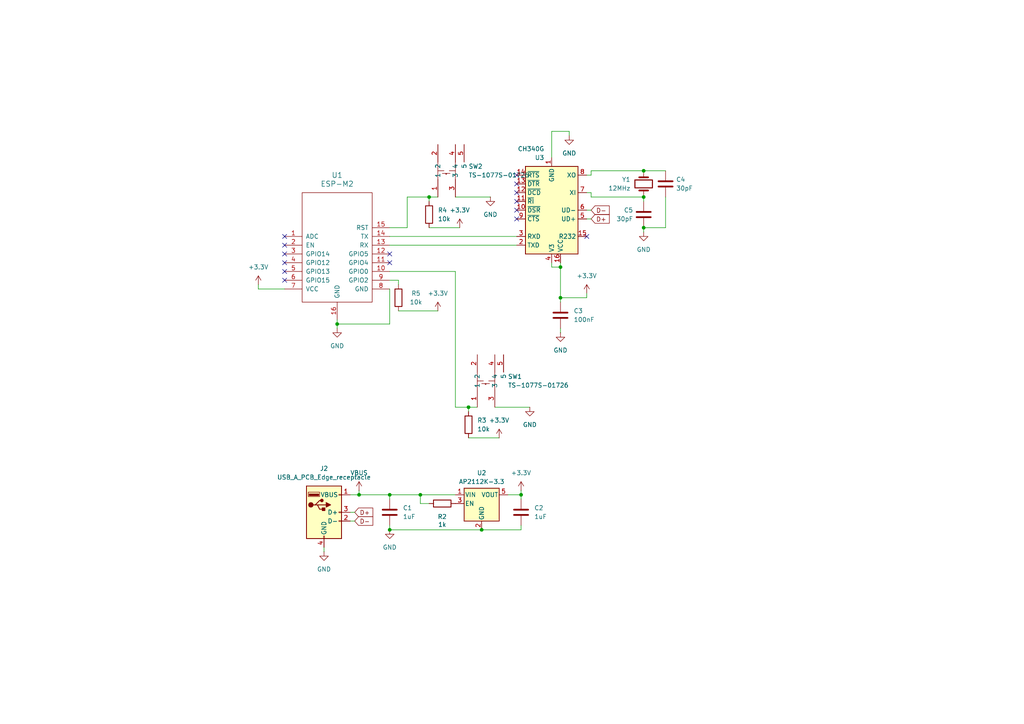
<source format=kicad_sch>
(kicad_sch (version 20250114) (generator "eeschema") (generator_version "9.0")
  (paper "A4")
  (lib_symbols
    (symbol "Connector_USB_PCB_Edge:USB_A_PCB_Edge_receptacle" (pin_names (offset 1.016))
      (property "Reference" "J" (at -5.08 11.43 0))
      (property "Value" "USB_A_PCB_Edge_receptacle" (at -5.08 8.89 0))
      (symbol "USB_A_PCB_Edge_receptacle_0_1"
        (rectangle (start -5.08 -7.62) (end 5.08 7.62) (stroke (width 0.254)) (fill (type background)))
        (circle (center -3.81 2.159) (radius 0.635) (stroke (width 0.254)) (fill (type outline)))
        (polyline (pts (xy -3.175 2.159) (xy -2.54 2.159) (xy -1.27 3.429) (xy -0.635 3.429)) (stroke (width 0.254)))
        (polyline (pts (xy -2.54 2.159) (xy -1.905 2.159) (xy -1.27 0.889) (xy 0 0.889)) (stroke (width 0.254)))
        (rectangle (start -1.524 4.826) (end -4.318 5.334) (fill (type outline)))
        (rectangle (start -1.27 4.572) (end -4.572 5.842))
        (circle (center -0.635 3.429) (radius 0.381) (stroke (width 0.254)) (fill (type outline)))
        (rectangle (start -0.127 -7.62) (end 0.127 -6.858))
        (rectangle (start 0.254 1.27) (end -0.508 0.508) (stroke (width 0.254)) (fill (type outline)))
        (polyline (pts (xy 0.635 2.794) (xy 0.635 1.524) (xy 1.905 2.159) (xy 0.635 2.794)) (stroke (width 0.254)) (fill (type outline)))
        (rectangle (start 5.08 4.953) (end 4.318 5.207))
        (rectangle (start 5.08 -0.127) (end 4.318 0.127))
        (rectangle (start 5.08 -2.667) (end 4.318 -2.413))
      )
      (symbol "USB_A_PCB_Edge_receptacle_1_1"
        (polyline (pts (xy -1.905 2.159) (xy 0.635 2.159)) (stroke (width 0.254)))
        (pin passive line (at -2.54 -10.16 90) (length 2.54) (hide yes) (name "Shield") (number "5"))
        (pin power_in line (at 0 -10.16 90) (length 2.54) (name "GND") (number "4"))
        (pin power_in line (at 7.62 5.08 180) (length 2.54) (name "VBUS") (number "1"))
        (pin bidirectional line (at 7.62 0 180) (length 2.54) (name "D+") (number "3"))
        (pin bidirectional line (at 7.62 -2.54 180) (length 2.54) (name "D-") (number "2"))
      )
    )
    (symbol "Device:C" (pin_numbers (hide yes)) (pin_names (offset 0.254))
      (property "Reference" "C" (at 0.635 2.54 0))
      (property "Value" "C" (at 0.635 -2.54 0))
      (symbol "C_0_1"
        (polyline (pts (xy -2.032 0.762) (xy 2.032 0.762)) (stroke (width 0.508)))
        (polyline (pts (xy -2.032 -0.762) (xy 2.032 -0.762)) (stroke (width 0.508)))
      )
      (symbol "C_1_1"
        (pin passive line (at 0 3.81 270) (length 2.794) (name "~") (number "1"))
        (pin passive line (at 0 -3.81 90) (length 2.794) (name "~") (number "2"))
      )
    )
    (symbol "Device:Crystal" (pin_numbers (hide yes)) (pin_names (offset 1.016) (hide yes))
      (property "Reference" "Y" (at 0 3.81 0))
      (property "Value" "Crystal" (at 0 -3.81 0))
      (symbol "Crystal_0_1"
        (polyline (pts (xy -2.54 0) (xy -1.905 0)))
        (polyline (pts (xy -1.905 -1.27) (xy -1.905 1.27)) (stroke (width 0.508)))
        (rectangle (start -1.143 2.54) (end 1.143 -2.54) (stroke (width 0.3048)))
        (polyline (pts (xy 1.905 -1.27) (xy 1.905 1.27)) (stroke (width 0.508)))
        (polyline (pts (xy 2.54 0) (xy 1.905 0)))
      )
      (symbol "Crystal_1_1"
        (pin passive line (at -3.81 0 0) (length 1.27) (name "1") (number "1"))
        (pin passive line (at 3.81 0 180) (length 1.27) (name "2") (number "2"))
      )
    )
    (symbol "Device:R" (pin_numbers (hide yes)) (pin_names (offset 0))
      (property "Reference" "R" (at 2.032 0 90))
      (property "Value" "R" (at 0 0 90))
      (symbol "R_0_1"
        (rectangle (start -1.016 -2.54) (end 1.016 2.54) (stroke (width 0.254)))
      )
      (symbol "R_1_1"
        (pin passive line (at 0 3.81 270) (length 1.27) (name "~") (number "1"))
        (pin passive line (at 0 -3.81 90) (length 1.27) (name "~") (number "2"))
      )
    )
    (symbol "ESP8285:ESP-M2" (pin_names (offset 1.016))
      (property "Reference" "U" (at 0 17.78 0))
      (property "Value" "ESP-M2" (at 0 12.7 0))
      (symbol "ESP-M2_0_1"
        (rectangle (start 10.16 20.32) (end -10.16 -11.43))
      )
      (symbol "ESP-M2_1_1"
        (pin input line (at -15.24 7.62 0) (length 5.08) (name "ADC") (number "1"))
        (pin input line (at -15.24 5.08 0) (length 5.08) (name "EN") (number "2"))
        (pin input line (at -15.24 2.54 0) (length 5.08) (name "GPIO14") (number "3"))
        (pin input line (at -15.24 0 0) (length 5.08) (name "GPIO12") (number "4"))
        (pin input line (at -15.24 -2.54 0) (length 5.08) (name "GPIO13") (number "5"))
        (pin input line (at -15.24 -5.08 0) (length 5.08) (name "GPIO15") (number "6"))
        (pin input line (at -15.24 -7.62 0) (length 5.08) (name "VCC") (number "7"))
        (pin input line (at 0 -16.51 90) (length 5.08) (name "GND") (number "16"))
        (pin input line (at 15.24 10.16 180) (length 5.08) (name "RST") (number "15"))
        (pin input line (at 15.24 7.62 180) (length 5.08) (name "TX") (number "14"))
        (pin input line (at 15.24 5.08 180) (length 5.08) (name "RX") (number "13"))
        (pin input line (at 15.24 2.54 180) (length 5.08) (name "GPIO5") (number "12"))
        (pin input line (at 15.24 0 180) (length 5.08) (name "GPIO4") (number "11"))
        (pin input line (at 15.24 -2.54 180) (length 5.08) (name "GPIO0") (number "10"))
        (pin input line (at 15.24 -5.08 180) (length 5.08) (name "GPIO2") (number "9"))
        (pin input line (at 15.24 -7.62 180) (length 5.08) (name "GND") (number "8"))
      )
    )
    (symbol "Interface_USB:CH340G"
      (property "Reference" "U" (at -5.08 13.97 0))
      (property "Value" "CH340G" (at 1.27 13.97 0))
      (symbol "CH340G_0_1"
        (rectangle (start -7.62 12.7) (end 7.62 -12.7) (stroke (width 0.254)) (fill (type background)))
      )
      (symbol "CH340G_1_1"
        (pin input line (at -10.16 7.62 0) (length 2.54) (name "R232") (number "15"))
        (pin bidirectional line (at -10.16 2.54 0) (length 2.54) (name "UD+") (number "5"))
        (pin bidirectional line (at -10.16 0 0) (length 2.54) (name "UD-") (number "6"))
        (pin input line (at -10.16 -5.08 0) (length 2.54) (name "XI") (number "7"))
        (pin output line (at -10.16 -10.16 0) (length 2.54) (name "XO") (number "8"))
        (pin power_in line (at -2.54 15.24 270) (length 2.54) (name "VCC") (number "16"))
        (pin power_out line (at 0 15.24 270) (length 2.54) (name "V3") (number "4"))
        (pin power_in line (at 0 -15.24 90) (length 2.54) (name "GND") (number "1"))
        (pin output line (at 10.16 10.16 180) (length 2.54) (name "TXD") (number "2"))
        (pin input line (at 10.16 7.62 180) (length 2.54) (name "RXD") (number "3"))
        (pin input line (at 10.16 2.54 180) (length 2.54) (name "~{CTS}") (number "9"))
        (pin input line (at 10.16 0 180) (length 2.54) (name "~{DSR}") (number "10"))
        (pin input line (at 10.16 -2.54 180) (length 2.54) (name "~{RI}") (number "11"))
        (pin input line (at 10.16 -5.08 180) (length 2.54) (name "~{DCD}") (number "12"))
        (pin output line (at 10.16 -7.62 180) (length 2.54) (name "~{DTR}") (number "13"))
        (pin output line (at 10.16 -10.16 180) (length 2.54) (name "~{RTS}") (number "14"))
      )
    )
    (symbol "Regulator_Linear:AP2112K-3.3" (pin_names (offset 0.254))
      (property "Reference" "U" (at -5.08 5.715 0))
      (property "Value" "AP2112K-3.3" (at 0 5.715 0))
      (symbol "AP2112K-3.3_0_1"
        (rectangle (start -5.08 4.445) (end 5.08 -5.08) (stroke (width 0.254)) (fill (type background)))
      )
      (symbol "AP2112K-3.3_1_1"
        (pin power_in line (at -7.62 2.54 0) (length 2.54) (name "VIN") (number "1"))
        (pin input line (at -7.62 0 0) (length 2.54) (name "EN") (number "3"))
        (pin power_in line (at 0 -7.62 90) (length 2.54) (name "GND") (number "2"))
        (pin no_connect line (at 5.08 0 180) (length 2.54) (hide yes) (name "NC") (number "4"))
        (pin power_out line (at 7.62 2.54 180) (length 2.54) (name "VOUT") (number "5"))
      )
    )
    (symbol "button:TS-1077S-01726"
      (property "Reference" "SW" (at 0 7.62 0))
      (property "Value" "TS-1077S-01726" (at 0 -10.16 0))
      (symbol "TS-1077S-01726_0_1"
        (polyline (pts (xy -2.54 2.54) (xy 2.54 2.54)))
        (polyline (pts (xy -2.54 -2.54) (xy 2.54 -2.54)))
        (polyline (pts (xy -0.76 1.27) (xy -0.76 -1.02)))
        (polyline (pts (xy -0.76 0.25) (xy -1.02 0.25) (xy -1.02 0) (xy -0.76 0)))
        (polyline (pts (xy 0 2.54) (xy 0 1.52)))
        (polyline (pts (xy 0 1.52) (xy 0 0.76)))
        (polyline (pts (xy 0 -2.54) (xy 0 -0.76)))
        (pin unspecified line (at -7.62 2.54 0) (length 5.08) (name "1") (number "1"))
        (pin unspecified line (at -7.62 -2.54 0) (length 5.08) (name "3") (number "3"))
        (pin unspecified line (at 7.62 2.54 180) (length 5.08) (name "2") (number "2"))
        (pin unspecified line (at 7.62 -2.54 180) (length 5.08) (name "4") (number "4"))
        (pin unspecified line (at 7.62 -5.08 180) (length 5.08) (name "5") (number "5"))
      )
    )
    (symbol "power:+3.3V" (power) (pin_numbers (hide yes)) (pin_names (offset 0) (hide yes))
      (property "Value" "+3.3V" (at 0 3.556 0))
      (symbol "+3.3V_0_1"
        (polyline (pts (xy -0.762 1.27) (xy 0 2.54)))
        (polyline (pts (xy 0 2.54) (xy 0.762 1.27)))
        (polyline (pts (xy 0 0) (xy 0 2.54)))
      )
      (symbol "+3.3V_1_1"
        (pin power_in line (at 0 0 90) (length 0) (name "~") (number "1"))
      )
    )
    (symbol "power:GND" (power) (pin_numbers (hide yes)) (pin_names (offset 0) (hide yes))
      (property "Value" "GND" (at 0 -3.81 0))
      (symbol "GND_0_1"
        (polyline (pts (xy 0 0) (xy 0 -1.27) (xy 1.27 -1.27) (xy 0 -2.54) (xy -1.27 -1.27) (xy 0 -1.27)))
      )
      (symbol "GND_1_1"
        (pin power_in line (at 0 0 270) (length 0) (name "~") (number "1"))
      )
    )
    (symbol "power:VBUS" (power) (pin_numbers (hide yes)) (pin_names (offset 0) (hide yes))
      (property "Value" "VBUS" (at 0 3.556 0))
      (symbol "VBUS_0_1"
        (polyline (pts (xy -0.762 1.27) (xy 0 2.54)))
        (polyline (pts (xy 0 2.54) (xy 0.762 1.27)))
        (polyline (pts (xy 0 0) (xy 0 2.54)))
      )
      (symbol "VBUS_1_1"
        (pin power_in line (at 0 0 90) (length 0) (name "~") (number "1"))
      )
    )
  )
  (junction (at 162.56 86.36))
  (junction (at 186.69 49.53))
  (junction (at 186.69 57.15))
  (junction (at 139.7 153.67))
  (junction (at 113.03 153.67))
  (junction (at 97.79 93.98))
  (junction (at 113.03 143.51))
  (junction (at 151.13 143.51))
  (junction (at 104.14 143.51))
  (junction (at 135.89 118.11))
  (junction (at 121.92 143.51))
  (junction (at 186.69 66.04))
  (junction (at 162.56 77.47))
  (junction (at 124.46 57.15))
  (no_connect (at 149.86 50.8))
  (no_connect (at 82.55 81.28))
  (no_connect (at 82.55 73.66))
  (no_connect (at 149.86 55.88))
  (no_connect (at 149.86 60.96))
  (no_connect (at 82.55 76.2))
  (no_connect (at 82.55 71.12))
  (no_connect (at 82.55 78.74))
  (no_connect (at 149.86 63.5))
  (no_connect (at 113.03 76.2))
  (no_connect (at 149.86 53.34))
  (no_connect (at 170.18 68.58))
  (no_connect (at 82.55 68.58))
  (no_connect (at 113.03 73.66))
  (no_connect (at 149.86 58.42))
  (wire (pts (xy 132.08 118.11) (xy 135.89 118.11)))
  (wire (pts (xy 171.45 50.8) (xy 171.45 49.53)))
  (wire (pts (xy 171.45 55.88) (xy 170.18 55.88)))
  (wire (pts (xy 115.57 81.28) (xy 115.57 82.55)))
  (wire (pts (xy 151.13 142.24) (xy 151.13 143.51)))
  (wire (pts (xy 104.14 142.24) (xy 104.14 143.51)))
  (wire (pts (xy 121.92 146.05) (xy 121.92 143.51)))
  (wire (pts (xy 113.03 93.98) (xy 113.03 83.82)))
  (wire (pts (xy 118.11 57.15) (xy 118.11 66.04)))
  (wire (pts (xy 170.18 60.96) (xy 171.45 60.96)))
  (wire (pts (xy 143.51 118.11) (xy 153.67 118.11)))
  (wire (pts (xy 101.6 143.51) (xy 104.14 143.51)))
  (wire (pts (xy 113.03 153.67) (xy 139.7 153.67)))
  (wire (pts (xy 132.08 57.15) (xy 142.24 57.15)))
  (wire (pts (xy 170.18 86.36) (xy 162.56 86.36)))
  (wire (pts (xy 104.14 143.51) (xy 113.03 143.51)))
  (wire (pts (xy 97.79 92.71) (xy 97.79 93.98)))
  (wire (pts (xy 170.18 86.36) (xy 170.18 85.09)))
  (wire (pts (xy 74.93 83.82) (xy 74.93 82.55)))
  (wire (pts (xy 139.7 153.67) (xy 151.13 153.67)))
  (wire (pts (xy 162.56 77.47) (xy 162.56 76.2)))
  (wire (pts (xy 186.69 66.04) (xy 186.69 67.31)))
  (wire (pts (xy 162.56 77.47) (xy 160.02 77.47)))
  (wire (pts (xy 132.08 78.74) (xy 113.03 78.74)))
  (wire (pts (xy 193.04 57.15) (xy 193.04 66.04)))
  (wire (pts (xy 162.56 86.36) (xy 162.56 87.63)))
  (wire (pts (xy 113.03 81.28) (xy 115.57 81.28)))
  (wire (pts (xy 101.6 148.59) (xy 102.87 148.59)))
  (wire (pts (xy 165.1 38.1) (xy 165.1 39.37)))
  (wire (pts (xy 74.93 83.82) (xy 82.55 83.82)))
  (wire (pts (xy 93.98 158.75) (xy 93.98 160.02)))
  (wire (pts (xy 121.92 143.51) (xy 132.08 143.51)))
  (wire (pts (xy 186.69 58.42) (xy 186.69 57.15)))
  (wire (pts (xy 170.18 50.8) (xy 171.45 50.8)))
  (wire (pts (xy 147.32 143.51) (xy 151.13 143.51)))
  (wire (pts (xy 160.02 77.47) (xy 160.02 76.2)))
  (wire (pts (xy 113.03 152.4) (xy 113.03 153.67)))
  (wire (pts (xy 115.57 90.17) (xy 127 90.17)))
  (wire (pts (xy 113.03 143.51) (xy 121.92 143.51)))
  (wire (pts (xy 151.13 143.51) (xy 151.13 144.78)))
  (wire (pts (xy 162.56 77.47) (xy 162.56 86.36)))
  (wire (pts (xy 170.18 63.5) (xy 171.45 63.5)))
  (wire (pts (xy 113.03 143.51) (xy 113.03 144.78)))
  (wire (pts (xy 97.79 93.98) (xy 113.03 93.98)))
  (wire (pts (xy 132.08 118.11) (xy 132.08 78.74)))
  (wire (pts (xy 124.46 66.04) (xy 133.35 66.04)))
  (wire (pts (xy 151.13 152.4) (xy 151.13 153.67)))
  (wire (pts (xy 160.02 38.1) (xy 160.02 45.72)))
  (wire (pts (xy 171.45 49.53) (xy 186.69 49.53)))
  (wire (pts (xy 118.11 57.15) (xy 124.46 57.15)))
  (wire (pts (xy 186.69 57.15) (xy 171.45 57.15)))
  (wire (pts (xy 101.6 151.13) (xy 102.87 151.13)))
  (wire (pts (xy 135.89 118.11) (xy 135.89 119.38)))
  (wire (pts (xy 124.46 146.05) (xy 121.92 146.05)))
  (wire (pts (xy 193.04 66.04) (xy 186.69 66.04)))
  (wire (pts (xy 113.03 71.12) (xy 149.86 71.12)))
  (wire (pts (xy 113.03 68.58) (xy 149.86 68.58)))
  (wire (pts (xy 135.89 118.11) (xy 138.43 118.11)))
  (wire (pts (xy 186.69 49.53) (xy 193.04 49.53)))
  (wire (pts (xy 118.11 66.04) (xy 113.03 66.04)))
  (wire (pts (xy 162.56 95.25) (xy 162.56 96.52)))
  (wire (pts (xy 171.45 57.15) (xy 171.45 55.88)))
  (wire (pts (xy 97.79 93.98) (xy 97.79 95.25)))
  (wire (pts (xy 165.1 38.1) (xy 160.02 38.1)))
  (wire (pts (xy 124.46 57.15) (xy 127 57.15)))
  (wire (pts (xy 135.89 127) (xy 144.78 127)))
  (wire (pts (xy 124.46 57.15) (xy 124.46 58.42)))
  (global_label "D-" (shape input) (at 171.45 60.96 0) (property "Intersheetrefs" "${INTERSHEET_REFS}" (effects (hide yes))))
  (global_label "D-" (shape input) (at 102.87 151.13 0) (property "Intersheetrefs" "${INTERSHEET_REFS}" (effects (hide yes))))
  (global_label "D+" (shape input) (at 102.87 148.59 0) (property "Intersheetrefs" "${INTERSHEET_REFS}" (effects (hide yes))))
  (global_label "D+" (shape input) (at 171.45 63.5 0) (property "Intersheetrefs" "${INTERSHEET_REFS}" (effects (hide yes))))
  (symbol (lib_id "power:+3.3V") (at 133.35 66.04 0) (unit 1)
    (property "Reference" "#PWR013" (effects (hide yes)))
    (property "Value" "+3.3V" (at 133.35 60.96 0))
    (property "Description" "Power symbol creates a global label with name \"+3.3V\"" (effects (hide yes)))
  )
  (symbol (lib_id "power:+3.3V") (at 127 90.17 0) (unit 1)
    (property "Reference" "#PWR015" (effects (hide yes)))
    (property "Value" "+3.3V" (at 127 85.09 0))
    (property "Description" "Power symbol creates a global label with name \"+3.3V\"" (effects (hide yes)))
  )
  (symbol (lib_id "button:TS-1077S-01726") (at 140.97 110.49 90) (unit 1)
    (property "Reference" "SW1" (at 147.32 109.2199 90) (effects (justify right)))
    (property "Value" "TS-1077S-01726" (at 147.32 111.7599 90) (effects (justify right)))
    (property "Footprint" "button:KEY-SMD_4P-L3.1-W3.1-P2.00_TS-1077S-01726" (effects (hide yes)))
    (property "Datasheet" "https://lcsc.com/product-detail/Tactile-Switches_XUNPU-TS-1077S-01726_C455260.html" (effects (hide yes)))
    (property "LCSC Part" "C455260" (effects (hide yes)))
  )
  (symbol (lib_id "power:GND") (at 142.24 57.15 0) (unit 1)
    (property "Reference" "#PWR014" (effects (hide yes)))
    (property "Value" "GND" (at 142.24 62.23 0))
    (property "Description" "Power symbol creates a global label with name \"GND\" , ground" (effects (hide yes)))
  )
  (symbol (lib_id "power:GND") (at 153.67 118.11 0) (unit 1)
    (property "Reference" "#PWR012" (effects (hide yes)))
    (property "Value" "GND" (at 153.67 123.19 0))
    (property "Description" "Power symbol creates a global label with name \"GND\" , ground" (effects (hide yes)))
  )
  (symbol (lib_id "power:GND") (at 97.79 95.25 0) (unit 1)
    (property "Reference" "#PWR06" (effects (hide yes)))
    (property "Value" "GND" (at 97.79 100.33 0))
    (property "Description" "Power symbol creates a global label with name \"GND\" , ground" (effects (hide yes)))
  )
  (symbol (lib_id "Device:C") (at 113.03 148.59 0) (unit 1)
    (property "Reference" "C1" (at 116.84 147.3199 0) (effects (justify left)))
    (property "Value" "1uF" (at 116.84 149.8599 0) (effects (justify left)))
    (property "Footprint" "Capacitor_SMD:C_0603_1608Metric_Pad1.08x0.95mm_HandSolder" (effects (hide yes)))
    (property "Description" "Unpolarized capacitor" (effects (hide yes)))
  )
  (symbol (lib_id "power:+3.3V") (at 144.78 127 0) (unit 1)
    (property "Reference" "#PWR011" (effects (hide yes)))
    (property "Value" "+3.3V" (at 144.78 121.92 0))
    (property "Description" "Power symbol creates a global label with name \"+3.3V\"" (effects (hide yes)))
  )
  (symbol (lib_id "power:+3.3V") (at 74.93 82.55 0) (unit 1)
    (property "Reference" "#PWR05" (effects (hide yes)))
    (property "Value" "+3.3V" (at 74.93 77.47 0))
    (property "Description" "Power symbol creates a global label with name \"+3.3V\"" (effects (hide yes)))
  )
  (symbol (lib_id "Device:R") (at 124.46 62.23 0) (unit 1)
    (property "Reference" "R4" (at 127 60.9599 0) (effects (justify left)))
    (property "Value" "10k" (at 127 63.4999 0) (effects (justify left)))
    (property "Footprint" "Capacitor_SMD:C_0603_1608Metric" (effects (hide yes)))
    (property "Description" "Resistor" (effects (hide yes)))
  )
  (symbol (lib_id "button:TS-1077S-01726") (at 129.54 49.53 90) (unit 1)
    (property "Reference" "SW2" (at 135.89 48.2599 90) (effects (justify right)))
    (property "Value" "TS-1077S-01726" (at 135.89 50.7999 90) (effects (justify right)))
    (property "Footprint" "button:KEY-SMD_4P-L3.1-W3.1-P2.00_TS-1077S-01726" (effects (hide yes)))
    (property "Datasheet" "https://lcsc.com/product-detail/Tactile-Switches_XUNPU-TS-1077S-01726_C455260.html" (effects (hide yes)))
    (property "LCSC Part" "C455260" (effects (hide yes)))
  )
  (symbol (lib_id "Device:C") (at 186.69 62.23 0) (mirror y) (unit 1)
    (property "Reference" "C5" (at 183.642 60.96 0) (effects (justify left)))
    (property "Value" "30pF" (at 183.642 63.5 0) (effects (justify left)))
    (property "Footprint" "Capacitor_SMD:C_0603_1608Metric_Pad1.08x0.95mm_HandSolder" (effects (hide yes)))
    (property "Description" "Unpolarized capacitor" (effects (hide yes)))
  )
  (symbol (lib_id "Device:R") (at 128.27 146.05 90) (unit 1)
    (property "Reference" "R2" (at 128.27 149.86 90))
    (property "Value" "1k" (at 128.27 152.146 90))
    (property "Footprint" "Capacitor_SMD:C_0603_1608Metric_Pad1.08x0.95mm_HandSolder" (effects (hide yes)))
    (property "Description" "Resistor" (effects (hide yes)))
  )
  (symbol (lib_id "Connector_USB_PCB_Edge:USB_A_PCB_Edge_receptacle") (at 93.98 148.59 0) (unit 1)
    (property "Reference" "J2" (at 93.98 135.89 0))
    (property "Value" "USB_A_PCB_Edge_receptacle" (at 93.98 138.43 0))
    (property "Footprint" "Connector_USB_PCB_Edge:USB_A_PCB_Edge_receptacle" (effects (hide yes)))
    (property "Description" "USB Type A connector" (effects (hide yes)))
  )
  (symbol (lib_id "power:GND") (at 162.56 96.52 0) (unit 1)
    (property "Reference" "#PWR09" (effects (hide yes)))
    (property "Value" "GND" (at 162.56 101.6 0))
    (property "Description" "Power symbol creates a global label with name \"GND\" , ground" (effects (hide yes)))
  )
  (symbol (lib_id "Device:R") (at 135.89 123.19 0) (unit 1)
    (property "Reference" "R3" (at 138.43 121.9199 0) (effects (justify left)))
    (property "Value" "10k" (at 138.43 124.4599 0) (effects (justify left)))
    (property "Footprint" "Capacitor_SMD:C_0603_1608Metric_Pad1.08x0.95mm_HandSolder" (effects (hide yes)))
    (property "Description" "Resistor" (effects (hide yes)))
  )
  (symbol (lib_id "Regulator_Linear:AP2112K-3.3") (at 139.7 146.05 0) (unit 1)
    (property "Reference" "U2" (at 139.7 137.16 0))
    (property "Value" "AP2112K-3.3" (at 139.7 139.7 0))
    (property "Footprint" "Package_TO_SOT_SMD:SOT-23-5" (effects (hide yes)))
    (property "Datasheet" "https://www.diodes.com/assets/Datasheets/AP2112.pdf" (effects (hide yes)))
    (property "Description" "600mA low dropout linear regulator, with enable pin, 3.8V-6V input voltage range, 3.3V fixed positive output, SOT-23-5" (effects (hide yes)))
  )
  (symbol (lib_id "Device:C") (at 193.04 53.34 0) (unit 1)
    (property "Reference" "C4" (at 196.088 52.07 0) (effects (justify left)))
    (property "Value" "30pF" (at 196.088 54.61 0) (effects (justify left)))
    (property "Footprint" "Capacitor_SMD:C_0603_1608Metric_Pad1.08x0.95mm_HandSolder" (effects (hide yes)))
    (property "Description" "Unpolarized capacitor" (effects (hide yes)))
  )
  (symbol (lib_id "power:+3.3V") (at 170.18 85.09 0) (unit 1)
    (property "Reference" "#PWR08" (effects (hide yes)))
    (property "Value" "+3.3V" (at 170.18 80.01 0))
    (property "Description" "Power symbol creates a global label with name \"+3.3V\"" (effects (hide yes)))
  )
  (symbol (lib_id "ESP8285:ESP-M2") (at 97.79 76.2 0) (unit 1)
    (property "Reference" "U1" (at 97.79 50.8 0) (effects (font (size 1.524 1.524))))
    (property "Value" "ESP-M2" (at 97.79 53.34 0) (effects (font (size 1.524 1.524))))
    (property "Footprint" "ESP8285:ESP-M2" (effects (hide yes)))
    (property "Description" "ESP8285:ESP-M2" (effects (hide yes)))
  )
  (symbol (lib_id "power:GND") (at 165.1 39.37 0) (unit 1)
    (property "Reference" "#PWR07" (effects (hide yes)))
    (property "Value" "GND" (at 165.1 44.45 0))
    (property "Description" "Power symbol creates a global label with name \"GND\" , ground" (effects (hide yes)))
  )
  (symbol (lib_id "power:GND") (at 186.69 67.31 0) (unit 1)
    (property "Reference" "#PWR010" (effects (hide yes)))
    (property "Value" "GND" (at 186.69 72.39 0))
    (property "Description" "Power symbol creates a global label with name \"GND\" , ground" (effects (hide yes)))
  )
  (symbol (lib_id "power:+3.3V") (at 151.13 142.24 0) (unit 1)
    (property "Reference" "#PWR04" (effects (hide yes)))
    (property "Value" "+3.3V" (at 151.13 137.16 0))
    (property "Description" "Power symbol creates a global label with name \"+3.3V\"" (effects (hide yes)))
  )
  (symbol (lib_id "Device:Crystal") (at 186.69 53.34 90) (mirror x) (unit 1)
    (property "Reference" "Y1" (at 182.88 52.0699 90) (effects (justify left)))
    (property "Value" "12MHz" (at 182.88 54.6099 90) (effects (justify left)))
    (property "Footprint" "Crystal:Crystal_SMD_5032-2Pin_5.0x3.2mm" (effects (hide yes)))
    (property "Description" "Two pin crystal" (effects (hide yes)))
  )
  (symbol (lib_id "power:GND") (at 93.98 160.02 0) (unit 1)
    (property "Reference" "#PWR01" (effects (hide yes)))
    (property "Value" "GND" (at 93.98 165.1 0))
    (property "Description" "Power symbol creates a global label with name \"GND\" , ground" (effects (hide yes)))
  )
  (symbol (lib_id "power:VBUS") (at 104.14 142.24 0) (unit 1)
    (property "Reference" "#PWR02" (effects (hide yes)))
    (property "Value" "VBUS" (at 104.14 137.16 0))
    (property "Description" "Power symbol creates a global label with name \"VBUS\"" (effects (hide yes)))
  )
  (symbol (lib_id "Device:C") (at 151.13 148.59 0) (unit 1)
    (property "Reference" "C2" (at 154.94 147.3199 0) (effects (justify left)))
    (property "Value" "1uF" (at 154.94 149.8599 0) (effects (justify left)))
    (property "Footprint" "Capacitor_SMD:C_0603_1608Metric_Pad1.08x0.95mm_HandSolder" (effects (hide yes)))
    (property "Description" "Unpolarized capacitor" (effects (hide yes)))
  )
  (symbol (lib_id "Device:C") (at 162.56 91.44 0) (unit 1)
    (property "Reference" "C3" (at 166.37 90.1699 0) (effects (justify left)))
    (property "Value" "100nF" (at 166.37 92.7099 0) (effects (justify left)))
    (property "Footprint" "Capacitor_SMD:C_0603_1608Metric_Pad1.08x0.95mm_HandSolder" (effects (hide yes)))
    (property "Description" "Unpolarized capacitor" (effects (hide yes)))
  )
  (symbol (lib_id "Interface_USB:CH340G") (at 160.02 60.96 180) (unit 1)
    (property "Reference" "U3" (at 157.8767 45.72 0) (effects (justify left)))
    (property "Value" "CH340G" (at 157.8767 43.18 0) (effects (justify left)))
    (property "Footprint" "Package_SO:SOIC-16_3.9x9.9mm_P1.27mm" (effects (hide yes)))
    (property "Datasheet" "http://www.datasheet5.com/pdf-local-2195953" (effects (hide yes)))
    (property "Description" "USB serial converter, UART, SOIC-16" (effects (hide yes)))
  )
  (symbol (lib_id "Device:R") (at 115.57 86.36 0) (mirror x) (unit 1)
    (property "Reference" "R5" (at 120.65 85.09 0))
    (property "Value" "10k" (at 120.65 87.63 0))
    (property "Footprint" "Capacitor_SMD:C_0603_1608Metric_Pad1.08x0.95mm_HandSolder" (effects (hide yes)))
    (property "Description" "Resistor" (effects (hide yes)))
  )
  (symbol (lib_id "power:GND") (at 113.03 153.67 0) (unit 1)
    (property "Reference" "#PWR03" (effects (hide yes)))
    (property "Value" "GND" (at 113.03 158.75 0))
    (property "Description" "Power symbol creates a global label with name \"GND\" , ground" (effects (hide yes)))
  )
)
</source>
